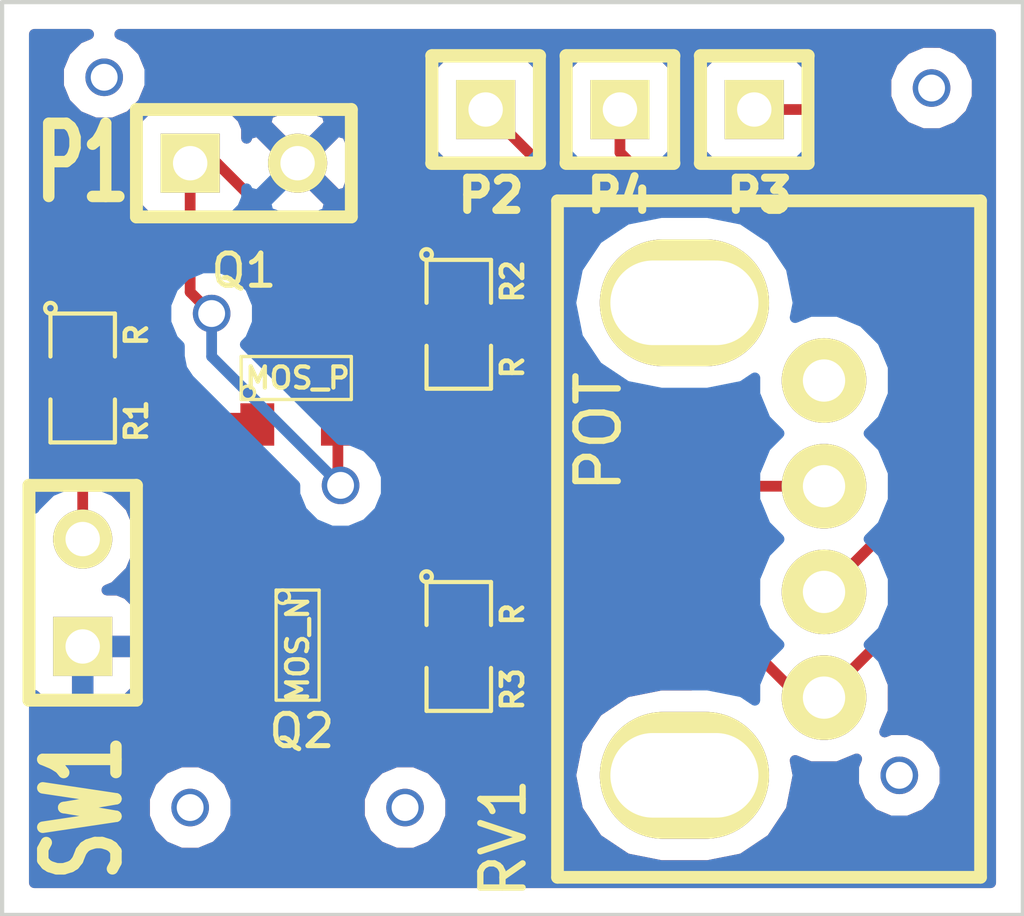
<source format=kicad_pcb>
(kicad_pcb (version 3) (host pcbnew "(2013-07-07 BZR 4022)-stable")

  (general
    (links 16)
    (no_connects 0)
    (area 176.6316 134.747 202.615001 157.660666)
    (thickness 1.6)
    (drawings 4)
    (tracks 52)
    (zones 0)
    (modules 11)
    (nets 7)
  )

  (page A3)
  (layers
    (15 F.Cu signal)
    (0 B.Cu signal hide)
    (16 B.Adhes user)
    (17 F.Adhes user)
    (18 B.Paste user)
    (19 F.Paste user)
    (20 B.SilkS user)
    (21 F.SilkS user)
    (22 B.Mask user)
    (23 F.Mask user)
    (24 Dwgs.User user hide)
    (25 Cmts.User user hide)
    (26 Eco1.User user)
    (27 Eco2.User user)
    (28 Edge.Cuts user)
  )

  (setup
    (last_trace_width 0.254)
    (trace_clearance 0.254)
    (zone_clearance 0.508)
    (zone_45_only yes)
    (trace_min 0.254)
    (segment_width 0.2)
    (edge_width 0.1)
    (via_size 0.889)
    (via_drill 0.635)
    (via_min_size 0.889)
    (via_min_drill 0.508)
    (uvia_size 0.508)
    (uvia_drill 0.127)
    (uvias_allowed no)
    (uvia_min_size 0.508)
    (uvia_min_drill 0.127)
    (pcb_text_width 0.3)
    (pcb_text_size 1.5 1.5)
    (mod_edge_width 0.15)
    (mod_text_size 1 1)
    (mod_text_width 0.15)
    (pad_size 2 2)
    (pad_drill 1)
    (pad_to_mask_clearance 0)
    (aux_axis_origin 0 0)
    (visible_elements 7FFFFFBF)
    (pcbplotparams
      (layerselection 284196865)
      (usegerberextensions true)
      (excludeedgelayer true)
      (linewidth 0.150000)
      (plotframeref false)
      (viasonmask false)
      (mode 1)
      (useauxorigin false)
      (hpglpennumber 1)
      (hpglpenspeed 20)
      (hpglpendiameter 15)
      (hpglpenoverlay 2)
      (psnegative false)
      (psa4output false)
      (plotreference true)
      (plotvalue true)
      (plotothertext true)
      (plotinvisibletext false)
      (padsonsilk false)
      (subtractmaskfromsilk false)
      (outputformat 1)
      (mirror false)
      (drillshape 0)
      (scaleselection 1)
      (outputdirectory Gerbers/))
  )

  (net 0 "")
  (net 1 GND)
  (net 2 N-000001)
  (net 3 N-000002)
  (net 4 N-000005)
  (net 5 N-000006)
  (net 6 VCC)

  (net_class Default "This is the default net class."
    (clearance 0.254)
    (trace_width 0.254)
    (via_dia 0.889)
    (via_drill 0.635)
    (uvia_dia 0.508)
    (uvia_drill 0.127)
    (add_net "")
    (add_net GND)
    (add_net N-000001)
    (add_net N-000002)
    (add_net N-000005)
    (add_net N-000006)
    (add_net VCC)
  )

  (module SOT23 (layer F.Cu) (tedit 55E9AE04) (tstamp 55E9AAA9)
    (at 185.42 144.78)
    (tags SOT23)
    (path /55E99DD5)
    (fp_text reference Q1 (at -1.27 -2.54) (layer F.SilkS)
      (effects (font (size 0.762 0.762) (thickness 0.11938)))
    )
    (fp_text value MOS_P (at 0 0) (layer F.SilkS)
      (effects (font (size 0.50038 0.50038) (thickness 0.09906)))
    )
    (fp_circle (center -1.17602 0.35052) (end -1.30048 0.44958) (layer F.SilkS) (width 0.07874))
    (fp_line (start 1.27 -0.508) (end 1.27 0.508) (layer F.SilkS) (width 0.07874))
    (fp_line (start -1.3335 -0.508) (end -1.3335 0.508) (layer F.SilkS) (width 0.07874))
    (fp_line (start 1.27 0.508) (end -1.3335 0.508) (layer F.SilkS) (width 0.07874))
    (fp_line (start -1.3335 -0.508) (end 1.27 -0.508) (layer F.SilkS) (width 0.07874))
    (pad D smd rect (at 0 -1.09982) (size 0.8001 1.00076)
      (layers F.Cu F.Paste F.Mask)
      (net 5 N-000006)
    )
    (pad S smd rect (at 0.9525 1.09982) (size 0.8001 1.00076)
      (layers F.Cu F.Paste F.Mask)
      (net 6 VCC)
    )
    (pad G smd rect (at -0.9525 1.09982) (size 0.8001 1.00076)
      (layers F.Cu F.Paste F.Mask)
      (net 2 N-000001)
    )
    (model smd\SOT23_3.wrl
      (at (xyz 0 0 0))
      (scale (xyz 0.4 0.4 0.4))
      (rotate (xyz 0 0 180))
    )
  )

  (module SOT23 (layer F.Cu) (tedit 55E9AC90) (tstamp 55E9AD09)
    (at 185.42 151.13 270)
    (tags SOT23)
    (path /55E99DFC)
    (fp_text reference Q2 (at 1.99898 -0.09906 360) (layer F.SilkS)
      (effects (font (size 0.762 0.762) (thickness 0.11938)))
    )
    (fp_text value MOS_N (at 0.0635 0 270) (layer F.SilkS)
      (effects (font (size 0.50038 0.50038) (thickness 0.09906)))
    )
    (fp_circle (center -1.17602 0.35052) (end -1.30048 0.44958) (layer F.SilkS) (width 0.07874))
    (fp_line (start 1.27 -0.508) (end 1.27 0.508) (layer F.SilkS) (width 0.07874))
    (fp_line (start -1.3335 -0.508) (end -1.3335 0.508) (layer F.SilkS) (width 0.07874))
    (fp_line (start 1.27 0.508) (end -1.3335 0.508) (layer F.SilkS) (width 0.07874))
    (fp_line (start -1.3335 -0.508) (end 1.27 -0.508) (layer F.SilkS) (width 0.07874))
    (pad D smd rect (at 0 -1.09982 270) (size 0.8001 1.00076)
      (layers F.Cu F.Paste F.Mask)
      (net 4 N-000005)
    )
    (pad S smd rect (at 0.9525 1.09982 270) (size 0.8001 1.00076)
      (layers F.Cu F.Paste F.Mask)
      (net 1 GND)
    )
    (pad G smd rect (at -0.9525 1.09982 270) (size 0.8001 1.00076)
      (layers F.Cu F.Paste F.Mask)
      (net 2 N-000001)
    )
    (model smd\SOT23_3.wrl
      (at (xyz 0 0 0))
      (scale (xyz 0.4 0.4 0.4))
      (rotate (xyz 0 0 180))
    )
  )

  (module SM0805 (layer F.Cu) (tedit 55F5F22D) (tstamp 55E9AAC2)
    (at 180.34 144.78 270)
    (path /55E99E2C)
    (attr smd)
    (fp_text reference R1 (at 1.016 -1.27 270) (layer F.SilkS)
      (effects (font (size 0.50038 0.50038) (thickness 0.10922)))
    )
    (fp_text value R (at -1.016 -1.27 270) (layer F.SilkS)
      (effects (font (size 0.50038 0.50038) (thickness 0.10922)))
    )
    (fp_circle (center -1.651 0.762) (end -1.651 0.635) (layer F.SilkS) (width 0.09906))
    (fp_line (start -0.508 0.762) (end -1.524 0.762) (layer F.SilkS) (width 0.09906))
    (fp_line (start -1.524 0.762) (end -1.524 -0.762) (layer F.SilkS) (width 0.09906))
    (fp_line (start -1.524 -0.762) (end -0.508 -0.762) (layer F.SilkS) (width 0.09906))
    (fp_line (start 0.508 -0.762) (end 1.524 -0.762) (layer F.SilkS) (width 0.09906))
    (fp_line (start 1.524 -0.762) (end 1.524 0.762) (layer F.SilkS) (width 0.09906))
    (fp_line (start 1.524 0.762) (end 0.508 0.762) (layer F.SilkS) (width 0.09906))
    (pad 1 smd rect (at -0.9525 0 270) (size 0.889 1.397)
      (layers F.Cu F.Paste F.Mask)
      (net 6 VCC)
    )
    (pad 2 smd rect (at 0.9525 0 270) (size 0.889 1.397)
      (layers F.Cu F.Paste F.Mask)
      (net 2 N-000001)
    )
    (model smd/chip_cms.wrl
      (at (xyz 0 0 0))
      (scale (xyz 0.1 0.1 0.1))
      (rotate (xyz 0 0 0))
    )
  )

  (module SM0805 (layer F.Cu) (tedit 55F5F216) (tstamp 55E9AACF)
    (at 189.23 143.51 270)
    (path /55E99E39)
    (attr smd)
    (fp_text reference R2 (at -1.016 -1.27 270) (layer F.SilkS)
      (effects (font (size 0.50038 0.50038) (thickness 0.10922)))
    )
    (fp_text value R (at 1.016 -1.27 270) (layer F.SilkS)
      (effects (font (size 0.50038 0.50038) (thickness 0.10922)))
    )
    (fp_circle (center -1.651 0.762) (end -1.651 0.635) (layer F.SilkS) (width 0.09906))
    (fp_line (start -0.508 0.762) (end -1.524 0.762) (layer F.SilkS) (width 0.09906))
    (fp_line (start -1.524 0.762) (end -1.524 -0.762) (layer F.SilkS) (width 0.09906))
    (fp_line (start -1.524 -0.762) (end -0.508 -0.762) (layer F.SilkS) (width 0.09906))
    (fp_line (start 0.508 -0.762) (end 1.524 -0.762) (layer F.SilkS) (width 0.09906))
    (fp_line (start 1.524 -0.762) (end 1.524 0.762) (layer F.SilkS) (width 0.09906))
    (fp_line (start 1.524 0.762) (end 0.508 0.762) (layer F.SilkS) (width 0.09906))
    (pad 1 smd rect (at -0.9525 0 270) (size 0.889 1.397)
      (layers F.Cu F.Paste F.Mask)
      (net 6 VCC)
    )
    (pad 2 smd rect (at 0.9525 0 270) (size 0.889 1.397)
      (layers F.Cu F.Paste F.Mask)
      (net 5 N-000006)
    )
    (model smd/chip_cms.wrl
      (at (xyz 0 0 0))
      (scale (xyz 0.1 0.1 0.1))
      (rotate (xyz 0 0 0))
    )
  )

  (module SM0805 (layer F.Cu) (tedit 55F5F21C) (tstamp 55E9ACFC)
    (at 189.23 151.13 270)
    (path /55E99E3F)
    (attr smd)
    (fp_text reference R3 (at 1.016 -1.27 270) (layer F.SilkS)
      (effects (font (size 0.50038 0.50038) (thickness 0.10922)))
    )
    (fp_text value R (at -0.762 -1.27 270) (layer F.SilkS)
      (effects (font (size 0.50038 0.50038) (thickness 0.10922)))
    )
    (fp_circle (center -1.651 0.762) (end -1.651 0.635) (layer F.SilkS) (width 0.09906))
    (fp_line (start -0.508 0.762) (end -1.524 0.762) (layer F.SilkS) (width 0.09906))
    (fp_line (start -1.524 0.762) (end -1.524 -0.762) (layer F.SilkS) (width 0.09906))
    (fp_line (start -1.524 -0.762) (end -0.508 -0.762) (layer F.SilkS) (width 0.09906))
    (fp_line (start 0.508 -0.762) (end 1.524 -0.762) (layer F.SilkS) (width 0.09906))
    (fp_line (start 1.524 -0.762) (end 1.524 0.762) (layer F.SilkS) (width 0.09906))
    (fp_line (start 1.524 0.762) (end 0.508 0.762) (layer F.SilkS) (width 0.09906))
    (pad 1 smd rect (at -0.9525 0 270) (size 0.889 1.397)
      (layers F.Cu F.Paste F.Mask)
      (net 4 N-000005)
    )
    (pad 2 smd rect (at 0.9525 0 270) (size 0.889 1.397)
      (layers F.Cu F.Paste F.Mask)
      (net 1 GND)
    )
    (model smd/chip_cms.wrl
      (at (xyz 0 0 0))
      (scale (xyz 0.1 0.1 0.1))
      (rotate (xyz 0 0 0))
    )
  )

  (module SIL-2 (layer F.Cu) (tedit 55E9B1E9) (tstamp 55E9ACEE)
    (at 180.34 149.86 90)
    (descr "Connecteurs 2 pins")
    (tags "CONN DEV")
    (path /55E99E1D)
    (fp_text reference SW1 (at -5.08 0 90) (layer F.SilkS)
      (effects (font (size 1.72974 1.08712) (thickness 0.3048)))
    )
    (fp_text value SPST (at 0 -2.54 90) (layer F.SilkS) hide
      (effects (font (size 1.524 1.016) (thickness 0.3048)))
    )
    (fp_line (start -2.54 1.27) (end -2.54 -1.27) (layer F.SilkS) (width 0.3048))
    (fp_line (start -2.54 -1.27) (end 2.54 -1.27) (layer F.SilkS) (width 0.3048))
    (fp_line (start 2.54 -1.27) (end 2.54 1.27) (layer F.SilkS) (width 0.3048))
    (fp_line (start 2.54 1.27) (end -2.54 1.27) (layer F.SilkS) (width 0.3048))
    (pad 1 thru_hole rect (at -1.27 0 90) (size 1.397 1.397) (drill 0.8128)
      (layers *.Cu *.Mask F.SilkS)
      (net 1 GND)
    )
    (pad 2 thru_hole circle (at 1.27 0 90) (size 1.397 1.397) (drill 0.8128)
      (layers *.Cu *.Mask F.SilkS)
      (net 2 N-000001)
    )
  )

  (module SIL-2 (layer F.Cu) (tedit 55E9AE16) (tstamp 55E9ACE3)
    (at 184.15 139.7)
    (descr "Connecteurs 2 pins")
    (tags "CONN DEV")
    (path /55E9A15F)
    (fp_text reference P1 (at -3.81 0) (layer F.SilkS)
      (effects (font (size 1.72974 1.08712) (thickness 0.3048)))
    )
    (fp_text value CONN_2 (at 0 -2.54) (layer F.SilkS) hide
      (effects (font (size 1.524 1.016) (thickness 0.3048)))
    )
    (fp_line (start -2.54 1.27) (end -2.54 -1.27) (layer F.SilkS) (width 0.3048))
    (fp_line (start -2.54 -1.27) (end 2.54 -1.27) (layer F.SilkS) (width 0.3048))
    (fp_line (start 2.54 -1.27) (end 2.54 1.27) (layer F.SilkS) (width 0.3048))
    (fp_line (start 2.54 1.27) (end -2.54 1.27) (layer F.SilkS) (width 0.3048))
    (pad 1 thru_hole rect (at -1.27 0) (size 1.397 1.397) (drill 0.8128)
      (layers *.Cu *.Mask F.SilkS)
      (net 6 VCC)
    )
    (pad 2 thru_hole circle (at 1.27 0) (size 1.397 1.397) (drill 0.8128)
      (layers *.Cu *.Mask F.SilkS)
      (net 1 GND)
    )
  )

  (module SIL-1 (layer F.Cu) (tedit 55F5F206) (tstamp 55E9AAF9)
    (at 189.865 138.43)
    (descr "Connecteurs 1 pin")
    (tags "CONN DEV")
    (path /55E9A1EE)
    (fp_text reference P2 (at 0.127 2.032) (layer F.SilkS)
      (effects (font (size 0.762 0.762) (thickness 0.1905)))
    )
    (fp_text value CONN_1 (at 0 -2.54) (layer F.SilkS) hide
      (effects (font (size 1.524 1.016) (thickness 0.254)))
    )
    (fp_line (start -1.27 1.27) (end 1.27 1.27) (layer F.SilkS) (width 0.3175))
    (fp_line (start -1.27 -1.27) (end 1.27 -1.27) (layer F.SilkS) (width 0.3175))
    (fp_line (start -1.27 1.27) (end -1.27 -1.27) (layer F.SilkS) (width 0.3048))
    (fp_line (start 1.27 -1.27) (end 1.27 1.27) (layer F.SilkS) (width 0.3048))
    (pad 1 thru_hole rect (at 0 0) (size 1.397 1.397) (drill 0.8128)
      (layers *.Cu *.Mask F.SilkS)
      (net 5 N-000006)
    )
  )

  (module SIL-1 (layer F.Cu) (tedit 55F5F201) (tstamp 55E9AB02)
    (at 193.04 138.43)
    (descr "Connecteurs 1 pin")
    (tags "CONN DEV")
    (path /55E9A1FB)
    (fp_text reference P4 (at 0 2.032) (layer F.SilkS)
      (effects (font (size 0.762 0.762) (thickness 0.1905)))
    )
    (fp_text value CONN_1 (at 0 -2.54) (layer F.SilkS) hide
      (effects (font (size 1.524 1.016) (thickness 0.254)))
    )
    (fp_line (start -1.27 1.27) (end 1.27 1.27) (layer F.SilkS) (width 0.3175))
    (fp_line (start -1.27 -1.27) (end 1.27 -1.27) (layer F.SilkS) (width 0.3175))
    (fp_line (start -1.27 1.27) (end -1.27 -1.27) (layer F.SilkS) (width 0.3048))
    (fp_line (start 1.27 -1.27) (end 1.27 1.27) (layer F.SilkS) (width 0.3048))
    (pad 1 thru_hole rect (at 0 0) (size 1.397 1.397) (drill 0.8128)
      (layers *.Cu *.Mask F.SilkS)
      (net 3 N-000002)
    )
  )

  (module SIL-1 (layer F.Cu) (tedit 55F5F1FE) (tstamp 55E9AB0B)
    (at 196.215 138.43)
    (descr "Connecteurs 1 pin")
    (tags "CONN DEV")
    (path /55E9A201)
    (fp_text reference P3 (at 0.127 2.032) (layer F.SilkS)
      (effects (font (size 0.762 0.762) (thickness 0.1905)))
    )
    (fp_text value CONN_1 (at 0 -2.54) (layer F.SilkS) hide
      (effects (font (size 1.524 1.016) (thickness 0.254)))
    )
    (fp_line (start -1.27 1.27) (end 1.27 1.27) (layer F.SilkS) (width 0.3175))
    (fp_line (start -1.27 -1.27) (end 1.27 -1.27) (layer F.SilkS) (width 0.3175))
    (fp_line (start -1.27 1.27) (end -1.27 -1.27) (layer F.SilkS) (width 0.3048))
    (fp_line (start 1.27 -1.27) (end 1.27 1.27) (layer F.SilkS) (width 0.3048))
    (pad 1 thru_hole rect (at 0 0) (size 1.397 1.397) (drill 0.8128)
      (layers *.Cu *.Mask F.SilkS)
      (net 4 N-000005)
    )
  )

  (module bourns_knob (layer F.Cu) (tedit 55F5F2FC) (tstamp 55F6515B)
    (at 194.564 148.59 90)
    (path /55E99EC6)
    (fp_text reference RV1 (at -7.075 -4.28 90) (layer F.SilkS)
      (effects (font (size 1 1) (thickness 0.15)))
    )
    (fp_text value POT (at 2.54 -2.032 90) (layer F.SilkS)
      (effects (font (size 1 1) (thickness 0.15)))
    )
    (fp_line (start -8 7) (end 8 7) (layer F.SilkS) (width 0.3))
    (fp_line (start 8 7) (end 8 -3) (layer F.SilkS) (width 0.3))
    (fp_line (start 8 -3) (end -8 -3) (layer F.SilkS) (width 0.3))
    (fp_line (start -8 -3) (end -8 7) (layer F.SilkS) (width 0.3))
    (pad 3 thru_hole circle (at -3.75 3.3 90) (size 2 2) (drill 1)
      (layers *.Cu *.Mask F.SilkS)
      (net 4 N-000005)
    )
    (pad 2 thru_hole circle (at -1.25 3.3 90) (size 2 2) (drill 1)
      (layers *.Cu *.Mask F.SilkS)
      (net 3 N-000002)
    )
    (pad 1 thru_hole circle (at 1.25 3.3 90) (size 2 2) (drill 1)
      (layers *.Cu *.Mask F.SilkS)
      (net 5 N-000006)
    )
    (pad 4 thru_hole circle (at 3.75 3.3 90) (size 2 2) (drill 1)
      (layers *.Cu *.Mask F.SilkS)
    )
    (pad "" thru_hole oval (at 5.588 0 90) (size 3 4) (drill oval 2 3.5)
      (layers *.Cu *.Mask F.SilkS)
    )
    (pad "" thru_hole oval (at -5.588 0 90) (size 3 4) (drill oval 2 3.5)
      (layers *.Cu *.Mask F.SilkS)
    )
  )

  (gr_line (start 178.435 157.48) (end 202.565 157.48) (angle 90) (layer Edge.Cuts) (width 0.1))
  (gr_line (start 178.435 135.89) (end 178.435 157.48) (angle 90) (layer Edge.Cuts) (width 0.1))
  (gr_line (start 202.565 135.89) (end 178.435 135.89) (angle 90) (layer Edge.Cuts) (width 0.1))
  (gr_line (start 202.565 157.48) (end 202.565 135.89) (angle 90) (layer Edge.Cuts) (width 0.1))

  (via (at 187.96 154.94) (size 0.889) (layers F.Cu B.Cu) (net 0))
  (via (at 182.88 154.94) (size 0.889) (layers F.Cu B.Cu) (net 0))
  (via (at 180.848 137.668) (size 0.889) (layers F.Cu B.Cu) (net 0))
  (via (at 200.406 137.922) (size 0.889) (layers F.Cu B.Cu) (net 0))
  (via (at 199.644 154.178) (size 0.889) (layers F.Cu B.Cu) (net 0))
  (segment (start 184.4675 145.87982) (end 184.4675 150.03018) (width 0.254) (layer F.Cu) (net 2))
  (segment (start 184.4675 150.03018) (end 184.32018 150.1775) (width 0.254) (layer F.Cu) (net 2) (tstamp 55E9B01F))
  (segment (start 180.34 145.7325) (end 184.32018 145.7325) (width 0.254) (layer F.Cu) (net 2))
  (segment (start 184.32018 145.7325) (end 184.4675 145.87982) (width 0.254) (layer F.Cu) (net 2) (tstamp 55E9B01C))
  (segment (start 180.34 145.7325) (end 180.34 148.59) (width 0.254) (layer F.Cu) (net 2))
  (segment (start 197.864 149.84) (end 197.886 149.84) (width 0.254) (layer F.Cu) (net 3))
  (segment (start 193.04 139.446) (end 193.04 138.43) (width 0.254) (layer F.Cu) (net 3) (tstamp 55F65185))
  (segment (start 194.056 140.462) (end 193.04 139.446) (width 0.254) (layer F.Cu) (net 3) (tstamp 55F65183))
  (segment (start 197.358 140.462) (end 194.056 140.462) (width 0.254) (layer F.Cu) (net 3) (tstamp 55F65181))
  (segment (start 199.644 142.748) (end 197.358 140.462) (width 0.254) (layer F.Cu) (net 3) (tstamp 55F6517F))
  (segment (start 199.644 148.082) (end 199.644 142.748) (width 0.254) (layer F.Cu) (net 3) (tstamp 55F6517D))
  (segment (start 197.886 149.84) (end 199.644 148.082) (width 0.254) (layer F.Cu) (net 3) (tstamp 55F6517C))
  (segment (start 196.215 138.43) (end 197.612 138.43) (width 0.254) (layer F.Cu) (net 4))
  (segment (start 200.914 149.29) (end 197.864 152.34) (width 0.254) (layer F.Cu) (net 4) (tstamp 55F6518D))
  (segment (start 200.914 141.732) (end 200.914 149.29) (width 0.254) (layer F.Cu) (net 4) (tstamp 55F6518B))
  (segment (start 197.612 138.43) (end 200.914 141.732) (width 0.254) (layer F.Cu) (net 4) (tstamp 55F65189))
  (segment (start 189.23 150.1775) (end 193.8655 150.1775) (width 0.254) (layer F.Cu) (net 4))
  (segment (start 197.298 152.34) (end 197.864 152.34) (width 0.254) (layer F.Cu) (net 4) (tstamp 55F65174))
  (segment (start 196.342 151.384) (end 197.298 152.34) (width 0.254) (layer F.Cu) (net 4) (tstamp 55F65173))
  (segment (start 195.072 151.384) (end 196.342 151.384) (width 0.254) (layer F.Cu) (net 4) (tstamp 55F65172))
  (segment (start 193.8655 150.1775) (end 195.072 151.384) (width 0.254) (layer F.Cu) (net 4) (tstamp 55F65170))
  (segment (start 186.51982 151.13) (end 188.2775 151.13) (width 0.254) (layer F.Cu) (net 4))
  (segment (start 188.2775 151.13) (end 189.23 150.1775) (width 0.254) (layer F.Cu) (net 4) (tstamp 55E9B022))
  (segment (start 189.23 144.4625) (end 189.4205 144.4625) (width 0.254) (layer F.Cu) (net 5))
  (segment (start 192.298 147.34) (end 197.864 147.34) (width 0.254) (layer F.Cu) (net 5) (tstamp 55F65178))
  (segment (start 189.4205 144.4625) (end 192.298 147.34) (width 0.254) (layer F.Cu) (net 5) (tstamp 55F65177))
  (segment (start 185.42 143.68018) (end 186.86018 143.68018) (width 0.254) (layer F.Cu) (net 5))
  (segment (start 187.6425 144.4625) (end 189.23 144.4625) (width 0.254) (layer F.Cu) (net 5) (tstamp 55E9B0C7))
  (segment (start 186.86018 143.68018) (end 187.6425 144.4625) (width 0.254) (layer F.Cu) (net 5) (tstamp 55E9B0BF))
  (segment (start 189.23 144.4625) (end 190.1825 144.4625) (width 0.254) (layer F.Cu) (net 5))
  (segment (start 191.135 139.7) (end 189.865 138.43) (width 0.254) (layer F.Cu) (net 5) (tstamp 55E9B046))
  (segment (start 191.135 143.51) (end 191.135 139.7) (width 0.254) (layer F.Cu) (net 5) (tstamp 55E9B045))
  (segment (start 190.1825 144.4625) (end 191.135 143.51) (width 0.254) (layer F.Cu) (net 5) (tstamp 55E9B044))
  (segment (start 186.3725 145.87982) (end 186.3725 147.2565) (width 0.254) (layer F.Cu) (net 6))
  (segment (start 182.88 142.748) (end 182.88 141.2875) (width 0.254) (layer F.Cu) (net 6) (tstamp 55E9B169))
  (segment (start 183.388 143.256) (end 182.88 142.748) (width 0.254) (layer F.Cu) (net 6) (tstamp 55E9B168))
  (via (at 183.388 143.256) (size 0.889) (layers F.Cu B.Cu) (net 6))
  (segment (start 183.388 144.272) (end 183.388 143.256) (width 0.254) (layer B.Cu) (net 6) (tstamp 55E9B164))
  (segment (start 186.436 147.32) (end 183.388 144.272) (width 0.254) (layer B.Cu) (net 6) (tstamp 55E9B163))
  (via (at 186.436 147.32) (size 0.889) (layers F.Cu B.Cu) (net 6))
  (segment (start 186.3725 147.2565) (end 186.436 147.32) (width 0.254) (layer F.Cu) (net 6) (tstamp 55E9B15B))
  (segment (start 182.88 139.7) (end 183.515 139.7) (width 0.254) (layer F.Cu) (net 6))
  (segment (start 188.2775 141.605) (end 189.23 142.5575) (width 0.254) (layer F.Cu) (net 6) (tstamp 55E9B130))
  (segment (start 185.42 141.605) (end 188.2775 141.605) (width 0.254) (layer F.Cu) (net 6) (tstamp 55E9B12C))
  (segment (start 183.515 139.7) (end 185.42 141.605) (width 0.254) (layer F.Cu) (net 6) (tstamp 55E9B127))
  (segment (start 182.88 139.7) (end 182.88 141.2875) (width 0.254) (layer F.Cu) (net 6))
  (segment (start 182.88 141.2875) (end 180.34 143.8275) (width 0.254) (layer F.Cu) (net 6) (tstamp 55E9B029))

  (zone (net 1) (net_name GND) (layer F.Cu) (tstamp 55E9C0A1) (hatch edge 0.508)
    (connect_pads (clearance 0.508))
    (min_thickness 0.254)
    (fill (arc_segments 16) (thermal_gap 0.508) (thermal_bridge_width 0.508))
    (polygon
      (pts
        (xy 201.93 156.845) (xy 179.07 156.845) (xy 179.07 136.525) (xy 201.93 136.525)
      )
    )
    (filled_polygon
      (pts
        (xy 201.803 156.718) (xy 190.56361 156.718) (xy 190.56361 152.652755) (xy 190.5635 152.36825) (xy 190.40475 152.2095)
        (xy 189.357 152.2095) (xy 189.357 153.00325) (xy 189.51575 153.162) (xy 189.802745 153.16211) (xy 190.055364 153.161889)
        (xy 190.288668 153.065013) (xy 190.467141 152.886229) (xy 190.56361 152.652755) (xy 190.56361 156.718) (xy 189.103 156.718)
        (xy 189.103 153.00325) (xy 189.103 152.2095) (xy 188.05525 152.2095) (xy 187.8965 152.36825) (xy 187.89639 152.652755)
        (xy 187.992859 152.886229) (xy 188.171332 153.065013) (xy 188.404636 153.161889) (xy 188.657255 153.16211) (xy 188.94425 153.162)
        (xy 189.103 153.00325) (xy 189.103 156.718) (xy 189.039687 156.718) (xy 189.039687 154.726216) (xy 188.875689 154.329311)
        (xy 188.572286 154.025378) (xy 188.175668 153.860687) (xy 187.746216 153.860313) (xy 187.349311 154.024311) (xy 187.045378 154.327714)
        (xy 186.880687 154.724332) (xy 186.880313 155.153784) (xy 187.044311 155.550689) (xy 187.347714 155.854622) (xy 187.744332 156.019313)
        (xy 188.173784 156.019687) (xy 188.570689 155.855689) (xy 188.874622 155.552286) (xy 189.039313 155.155668) (xy 189.039687 154.726216)
        (xy 189.039687 156.718) (xy 185.45567 156.718) (xy 185.45567 152.608305) (xy 185.45556 152.36825) (xy 185.29681 152.2095)
        (xy 184.44718 152.2095) (xy 184.44718 152.9588) (xy 184.60593 153.11755) (xy 184.694805 153.11766) (xy 184.947424 153.117439)
        (xy 185.180728 153.020563) (xy 185.359201 152.841779) (xy 185.45567 152.608305) (xy 185.45567 156.718) (xy 184.19318 156.718)
        (xy 184.19318 152.9588) (xy 184.19318 152.2095) (xy 183.34355 152.2095) (xy 183.1848 152.36825) (xy 183.18469 152.608305)
        (xy 183.281159 152.841779) (xy 183.459632 153.020563) (xy 183.692936 153.117439) (xy 183.945555 153.11766) (xy 184.03443 153.11755)
        (xy 184.19318 152.9588) (xy 184.19318 156.718) (xy 183.959687 156.718) (xy 183.959687 154.726216) (xy 183.795689 154.329311)
        (xy 183.492286 154.025378) (xy 183.095668 153.860687) (xy 182.666216 153.860313) (xy 182.269311 154.024311) (xy 181.965378 154.327714)
        (xy 181.800687 154.724332) (xy 181.800313 155.153784) (xy 181.964311 155.550689) (xy 182.267714 155.854622) (xy 182.664332 156.019313)
        (xy 183.093784 156.019687) (xy 183.490689 155.855689) (xy 183.794622 155.552286) (xy 183.959313 155.155668) (xy 183.959687 154.726216)
        (xy 183.959687 156.718) (xy 181.67361 156.718) (xy 181.67361 151.954255) (xy 181.6735 151.41575) (xy 181.51475 151.257)
        (xy 180.467 151.257) (xy 180.467 152.30475) (xy 180.62575 152.4635) (xy 180.912745 152.46361) (xy 181.165364 152.463389)
        (xy 181.398668 152.366513) (xy 181.577141 152.187729) (xy 181.67361 151.954255) (xy 181.67361 156.718) (xy 179.197 156.718)
        (xy 179.197 152.282034) (xy 179.281332 152.366513) (xy 179.514636 152.463389) (xy 179.767255 152.46361) (xy 180.05425 152.4635)
        (xy 180.213 152.30475) (xy 180.213 151.257) (xy 180.193 151.257) (xy 180.193 151.003) (xy 180.213 151.003)
        (xy 180.213 150.983) (xy 180.467 150.983) (xy 180.467 151.003) (xy 181.51475 151.003) (xy 181.6735 150.84425)
        (xy 181.67361 150.305745) (xy 181.577141 150.072271) (xy 181.398668 149.893487) (xy 181.165364 149.796611) (xy 180.912745 149.79639)
        (xy 180.912272 149.79639) (xy 181.09438 149.721145) (xy 181.469826 149.346353) (xy 181.673267 148.856413) (xy 181.67373 148.325914)
        (xy 181.471145 147.83562) (xy 181.102 147.46583) (xy 181.102 146.81211) (xy 181.164255 146.81211) (xy 181.397729 146.715641)
        (xy 181.576513 146.537168) (xy 181.59423 146.4945) (xy 183.43234 146.4945) (xy 183.43234 146.505955) (xy 183.528809 146.739429)
        (xy 183.7055 146.916427) (xy 183.7055 149.14234) (xy 183.694045 149.14234) (xy 183.460571 149.238809) (xy 183.281787 149.417282)
        (xy 183.184911 149.650586) (xy 183.18469 149.903205) (xy 183.18469 150.703305) (xy 183.281159 150.936779) (xy 183.459632 151.115563)
        (xy 183.4944 151.13) (xy 183.459632 151.144437) (xy 183.281159 151.323221) (xy 183.18469 151.556695) (xy 183.1848 151.79675)
        (xy 183.34355 151.9555) (xy 184.19318 151.9555) (xy 184.19318 151.9355) (xy 184.44718 151.9355) (xy 184.44718 151.9555)
        (xy 185.29681 151.9555) (xy 185.446365 151.805944) (xy 185.480799 151.889279) (xy 185.659272 152.068063) (xy 185.892576 152.164939)
        (xy 186.145195 152.16516) (xy 187.145955 152.16516) (xy 187.379429 152.068691) (xy 187.556427 151.892) (xy 187.99175 151.892)
        (xy 188.05525 151.9555) (xy 189.103 151.9555) (xy 189.103 151.9355) (xy 189.357 151.9355) (xy 189.357 151.9555)
        (xy 190.40475 151.9555) (xy 190.5635 151.79675) (xy 190.56361 151.512245) (xy 190.467141 151.278771) (xy 190.318526 151.129897)
        (xy 190.466513 150.982168) (xy 190.48423 150.9395) (xy 193.549869 150.9395) (xy 194.533184 151.922815) (xy 194.533185 151.922815)
        (xy 194.713053 152.043) (xy 194.012378 152.043) (xy 193.195349 152.205517) (xy 192.502705 152.668327) (xy 192.039895 153.360971)
        (xy 191.877378 154.178) (xy 192.039895 154.995029) (xy 192.502705 155.687673) (xy 193.195349 156.150483) (xy 194.012378 156.313)
        (xy 195.115622 156.313) (xy 195.932651 156.150483) (xy 196.625295 155.687673) (xy 197.088105 154.995029) (xy 197.250622 154.178)
        (xy 197.18073 153.826633) (xy 197.537352 153.974715) (xy 198.187795 153.975283) (xy 198.636252 153.789983) (xy 198.564687 153.962332)
        (xy 198.564313 154.391784) (xy 198.728311 154.788689) (xy 199.031714 155.092622) (xy 199.428332 155.257313) (xy 199.857784 155.257687)
        (xy 200.254689 155.093689) (xy 200.558622 154.790286) (xy 200.723313 154.393668) (xy 200.723687 153.964216) (xy 200.559689 153.567311)
        (xy 200.256286 153.263378) (xy 199.859668 153.098687) (xy 199.430216 153.098313) (xy 199.296536 153.153548) (xy 199.498715 152.666648)
        (xy 199.499283 152.016205) (xy 199.430907 151.850723) (xy 201.452815 149.828816) (xy 201.452815 149.828815) (xy 201.617996 149.581605)
        (xy 201.675999 149.29) (xy 201.676 149.29) (xy 201.676 141.732) (xy 201.617996 141.440395) (xy 201.485687 141.242381)
        (xy 201.485687 137.708216) (xy 201.321689 137.311311) (xy 201.018286 137.007378) (xy 200.621668 136.842687) (xy 200.192216 136.842313)
        (xy 199.795311 137.006311) (xy 199.491378 137.309714) (xy 199.326687 137.706332) (xy 199.326313 138.135784) (xy 199.490311 138.532689)
        (xy 199.793714 138.836622) (xy 200.190332 139.001313) (xy 200.619784 139.001687) (xy 201.016689 138.837689) (xy 201.320622 138.534286)
        (xy 201.485313 138.137668) (xy 201.485687 137.708216) (xy 201.485687 141.242381) (xy 201.452815 141.193185) (xy 198.150815 137.891185)
        (xy 197.903605 137.726004) (xy 197.612 137.668) (xy 197.54861 137.668) (xy 197.54861 137.605745) (xy 197.452141 137.372271)
        (xy 197.273668 137.193487) (xy 197.040364 137.096611) (xy 196.787745 137.09639) (xy 195.390745 137.09639) (xy 195.157271 137.192859)
        (xy 194.978487 137.371332) (xy 194.881611 137.604636) (xy 194.88139 137.857255) (xy 194.88139 139.254255) (xy 194.977859 139.487729)
        (xy 195.156332 139.666513) (xy 195.236977 139.7) (xy 194.37163 139.7) (xy 194.218355 139.546724) (xy 194.276513 139.488668)
        (xy 194.373389 139.255364) (xy 194.37361 139.002745) (xy 194.37361 137.605745) (xy 194.277141 137.372271) (xy 194.098668 137.193487)
        (xy 193.865364 137.096611) (xy 193.612745 137.09639) (xy 192.215745 137.09639) (xy 191.982271 137.192859) (xy 191.803487 137.371332)
        (xy 191.706611 137.604636) (xy 191.70639 137.857255) (xy 191.70639 139.209935) (xy 191.673815 139.161185) (xy 191.673815 139.161184)
        (xy 191.19861 138.685979) (xy 191.19861 137.605745) (xy 191.102141 137.372271) (xy 190.923668 137.193487) (xy 190.690364 137.096611)
        (xy 190.437745 137.09639) (xy 189.040745 137.09639) (xy 188.807271 137.192859) (xy 188.628487 137.371332) (xy 188.531611 137.604636)
        (xy 188.53139 137.857255) (xy 188.53139 139.254255) (xy 188.627859 139.487729) (xy 188.806332 139.666513) (xy 189.039636 139.763389)
        (xy 189.292255 139.76361) (xy 190.120979 139.76361) (xy 190.373 140.01563) (xy 190.373 141.659465) (xy 190.288668 141.574987)
        (xy 190.055364 141.478111) (xy 189.802745 141.47789) (xy 189.22802 141.47789) (xy 188.816315 141.066185) (xy 188.569105 140.901004)
        (xy 188.2775 140.843) (xy 186.765924 140.843) (xy 186.765924 139.89252) (xy 186.737146 139.362802) (xy 186.589798 139.007072)
        (xy 186.354186 138.945419) (xy 186.174581 139.125024) (xy 186.174581 138.765814) (xy 186.112928 138.530202) (xy 185.61252 138.354076)
        (xy 185.082802 138.382854) (xy 184.727072 138.530202) (xy 184.665419 138.765814) (xy 185.42 139.520395) (xy 186.174581 138.765814)
        (xy 186.174581 139.125024) (xy 185.599605 139.7) (xy 186.354186 140.454581) (xy 186.589798 140.392928) (xy 186.765924 139.89252)
        (xy 186.765924 140.843) (xy 186.11994 140.843) (xy 186.174581 140.634186) (xy 185.42 139.879605) (xy 185.405857 139.893747)
        (xy 185.226252 139.714142) (xy 185.240395 139.7) (xy 184.485814 138.945419) (xy 184.250202 139.007072) (xy 184.21361 139.111036)
        (xy 184.21361 138.875745) (xy 184.117141 138.642271) (xy 183.938668 138.463487) (xy 183.705364 138.366611) (xy 183.452745 138.36639)
        (xy 182.055745 138.36639) (xy 181.822271 138.462859) (xy 181.643487 138.641332) (xy 181.546611 138.874636) (xy 181.54639 139.127255)
        (xy 181.54639 140.524255) (xy 181.642859 140.757729) (xy 181.821332 140.936513) (xy 182.054636 141.033389) (xy 182.056478 141.03339)
        (xy 180.341979 142.74789) (xy 179.515745 142.74789) (xy 179.282271 142.844359) (xy 179.197 142.929481) (xy 179.197 136.652)
        (xy 180.480081 136.652) (xy 180.237311 136.752311) (xy 179.933378 137.055714) (xy 179.768687 137.452332) (xy 179.768313 137.881784)
        (xy 179.932311 138.278689) (xy 180.235714 138.582622) (xy 180.632332 138.747313) (xy 181.061784 138.747687) (xy 181.458689 138.583689)
        (xy 181.762622 138.280286) (xy 181.927313 137.883668) (xy 181.927687 137.454216) (xy 181.763689 137.057311) (xy 181.460286 136.753378)
        (xy 181.216141 136.652) (xy 201.803 136.652) (xy 201.803 156.718)
      )
    )
  )
  (zone (net 1) (net_name GND) (layer B.Cu) (tstamp 55E9C0B9) (hatch edge 0.508)
    (connect_pads (clearance 0.508))
    (min_thickness 0.254)
    (fill (arc_segments 16) (thermal_gap 0.508) (thermal_bridge_width 0.508))
    (polygon
      (pts
        (xy 201.93 156.845) (xy 179.07 156.845) (xy 179.07 136.525) (xy 201.93 136.525)
      )
    )
    (filled_polygon
      (pts
        (xy 201.803 156.718) (xy 201.485687 156.718) (xy 201.485687 137.708216) (xy 201.321689 137.311311) (xy 201.018286 137.007378)
        (xy 200.621668 136.842687) (xy 200.192216 136.842313) (xy 199.795311 137.006311) (xy 199.491378 137.309714) (xy 199.326687 137.706332)
        (xy 199.326313 138.135784) (xy 199.490311 138.532689) (xy 199.793714 138.836622) (xy 200.190332 139.001313) (xy 200.619784 139.001687)
        (xy 201.016689 138.837689) (xy 201.320622 138.534286) (xy 201.485313 138.137668) (xy 201.485687 137.708216) (xy 201.485687 156.718)
        (xy 200.723687 156.718) (xy 200.723687 153.964216) (xy 200.559689 153.567311) (xy 200.256286 153.263378) (xy 199.859668 153.098687)
        (xy 199.430216 153.098313) (xy 199.296536 153.153548) (xy 199.498715 152.666648) (xy 199.499283 152.016205) (xy 199.250893 151.415057)
        (xy 198.926239 151.089836) (xy 199.249277 150.767362) (xy 199.498715 150.166648) (xy 199.499283 149.516205) (xy 199.250893 148.915057)
        (xy 198.926239 148.589836) (xy 199.249277 148.267362) (xy 199.498715 147.666648) (xy 199.499283 147.016205) (xy 199.250893 146.415057)
        (xy 198.926239 146.089836) (xy 199.249277 145.767362) (xy 199.498715 145.166648) (xy 199.499283 144.516205) (xy 199.250893 143.915057)
        (xy 198.791362 143.454723) (xy 198.190648 143.205285) (xy 197.54861 143.204724) (xy 197.54861 139.002745) (xy 197.54861 137.605745)
        (xy 197.452141 137.372271) (xy 197.273668 137.193487) (xy 197.040364 137.096611) (xy 196.787745 137.09639) (xy 195.390745 137.09639)
        (xy 195.157271 137.192859) (xy 194.978487 137.371332) (xy 194.881611 137.604636) (xy 194.88139 137.857255) (xy 194.88139 139.254255)
        (xy 194.977859 139.487729) (xy 195.156332 139.666513) (xy 195.389636 139.763389) (xy 195.642255 139.76361) (xy 197.039255 139.76361)
        (xy 197.272729 139.667141) (xy 197.451513 139.488668) (xy 197.548389 139.255364) (xy 197.54861 139.002745) (xy 197.54861 143.204724)
        (xy 197.540205 143.204717) (xy 197.180756 143.353238) (xy 197.250622 143.002) (xy 197.088105 142.184971) (xy 196.625295 141.492327)
        (xy 195.932651 141.029517) (xy 195.115622 140.867) (xy 194.37361 140.867) (xy 194.37361 139.002745) (xy 194.37361 137.605745)
        (xy 194.277141 137.372271) (xy 194.098668 137.193487) (xy 193.865364 137.096611) (xy 193.612745 137.09639) (xy 192.215745 137.09639)
        (xy 191.982271 137.192859) (xy 191.803487 137.371332) (xy 191.706611 137.604636) (xy 191.70639 137.857255) (xy 191.70639 139.254255)
        (xy 191.802859 139.487729) (xy 191.981332 139.666513) (xy 192.214636 139.763389) (xy 192.467255 139.76361) (xy 193.864255 139.76361)
        (xy 194.097729 139.667141) (xy 194.276513 139.488668) (xy 194.373389 139.255364) (xy 194.37361 139.002745) (xy 194.37361 140.867)
        (xy 194.012378 140.867) (xy 193.195349 141.029517) (xy 192.502705 141.492327) (xy 192.039895 142.184971) (xy 191.877378 143.002)
        (xy 192.039895 143.819029) (xy 192.502705 144.511673) (xy 193.195349 144.974483) (xy 194.012378 145.137) (xy 195.115622 145.137)
        (xy 195.932651 144.974483) (xy 196.229055 144.776431) (xy 196.228717 145.163795) (xy 196.477107 145.764943) (xy 196.80176 146.090163)
        (xy 196.478723 146.412638) (xy 196.229285 147.013352) (xy 196.228717 147.663795) (xy 196.477107 148.264943) (xy 196.80176 148.590163)
        (xy 196.478723 148.912638) (xy 196.229285 149.513352) (xy 196.228717 150.163795) (xy 196.477107 150.764943) (xy 196.80176 151.090163)
        (xy 196.478723 151.412638) (xy 196.229285 152.013352) (xy 196.228944 152.403493) (xy 195.932651 152.205517) (xy 195.115622 152.043)
        (xy 194.012378 152.043) (xy 193.195349 152.205517) (xy 192.502705 152.668327) (xy 192.039895 153.360971) (xy 191.877378 154.178)
        (xy 192.039895 154.995029) (xy 192.502705 155.687673) (xy 193.195349 156.150483) (xy 194.012378 156.313) (xy 195.115622 156.313)
        (xy 195.932651 156.150483) (xy 196.625295 155.687673) (xy 197.088105 154.995029) (xy 197.250622 154.178) (xy 197.18073 153.826633)
        (xy 197.537352 153.974715) (xy 198.187795 153.975283) (xy 198.636252 153.789983) (xy 198.564687 153.962332) (xy 198.564313 154.391784)
        (xy 198.728311 154.788689) (xy 199.031714 155.092622) (xy 199.428332 155.257313) (xy 199.857784 155.257687) (xy 200.254689 155.093689)
        (xy 200.558622 154.790286) (xy 200.723313 154.393668) (xy 200.723687 153.964216) (xy 200.723687 156.718) (xy 191.19861 156.718)
        (xy 191.19861 139.002745) (xy 191.19861 137.605745) (xy 191.102141 137.372271) (xy 190.923668 137.193487) (xy 190.690364 137.096611)
        (xy 190.437745 137.09639) (xy 189.040745 137.09639) (xy 188.807271 137.192859) (xy 188.628487 137.371332) (xy 188.531611 137.604636)
        (xy 188.53139 137.857255) (xy 188.53139 139.254255) (xy 188.627859 139.487729) (xy 188.806332 139.666513) (xy 189.039636 139.763389)
        (xy 189.292255 139.76361) (xy 190.689255 139.76361) (xy 190.922729 139.667141) (xy 191.101513 139.488668) (xy 191.198389 139.255364)
        (xy 191.19861 139.002745) (xy 191.19861 156.718) (xy 189.039687 156.718) (xy 189.039687 154.726216) (xy 188.875689 154.329311)
        (xy 188.572286 154.025378) (xy 188.175668 153.860687) (xy 187.746216 153.860313) (xy 187.515687 153.955565) (xy 187.515687 147.106216)
        (xy 187.351689 146.709311) (xy 187.048286 146.405378) (xy 186.765924 146.28813) (xy 186.765924 139.89252) (xy 186.737146 139.362802)
        (xy 186.589798 139.007072) (xy 186.354186 138.945419) (xy 186.174581 139.125024) (xy 186.174581 138.765814) (xy 186.112928 138.530202)
        (xy 185.61252 138.354076) (xy 185.082802 138.382854) (xy 184.727072 138.530202) (xy 184.665419 138.765814) (xy 185.42 139.520395)
        (xy 186.174581 138.765814) (xy 186.174581 139.125024) (xy 185.599605 139.7) (xy 186.354186 140.454581) (xy 186.589798 140.392928)
        (xy 186.765924 139.89252) (xy 186.765924 146.28813) (xy 186.651668 146.240687) (xy 186.434128 146.240497) (xy 186.174581 145.98095)
        (xy 186.174581 140.634186) (xy 185.42 139.879605) (xy 185.240395 140.05921) (xy 185.240395 139.7) (xy 184.485814 138.945419)
        (xy 184.250202 139.007072) (xy 184.21361 139.111036) (xy 184.21361 138.875745) (xy 184.117141 138.642271) (xy 183.938668 138.463487)
        (xy 183.705364 138.366611) (xy 183.452745 138.36639) (xy 182.055745 138.36639) (xy 181.822271 138.462859) (xy 181.643487 138.641332)
        (xy 181.546611 138.874636) (xy 181.54639 139.127255) (xy 181.54639 140.524255) (xy 181.642859 140.757729) (xy 181.821332 140.936513)
        (xy 182.054636 141.033389) (xy 182.307255 141.03361) (xy 183.704255 141.03361) (xy 183.937729 140.937141) (xy 184.116513 140.758668)
        (xy 184.213389 140.525364) (xy 184.213582 140.304519) (xy 184.250202 140.392928) (xy 184.485814 140.454581) (xy 185.240395 139.7)
        (xy 185.240395 140.05921) (xy 184.665419 140.634186) (xy 184.727072 140.869798) (xy 185.22748 141.045924) (xy 185.757198 141.017146)
        (xy 186.112928 140.869798) (xy 186.174581 140.634186) (xy 186.174581 145.98095) (xy 184.182164 143.988533) (xy 184.302622 143.868286)
        (xy 184.467313 143.471668) (xy 184.467687 143.042216) (xy 184.303689 142.645311) (xy 184.000286 142.341378) (xy 183.603668 142.176687)
        (xy 183.174216 142.176313) (xy 182.777311 142.340311) (xy 182.473378 142.643714) (xy 182.308687 143.040332) (xy 182.308313 143.469784)
        (xy 182.472311 143.866689) (xy 182.626 144.020646) (xy 182.626 144.272) (xy 182.684004 144.563605) (xy 182.849185 144.810815)
        (xy 185.3565 147.318131) (xy 185.356313 147.533784) (xy 185.520311 147.930689) (xy 185.823714 148.234622) (xy 186.220332 148.399313)
        (xy 186.649784 148.399687) (xy 187.046689 148.235689) (xy 187.350622 147.932286) (xy 187.515313 147.535668) (xy 187.515687 147.106216)
        (xy 187.515687 153.955565) (xy 187.349311 154.024311) (xy 187.045378 154.327714) (xy 186.880687 154.724332) (xy 186.880313 155.153784)
        (xy 187.044311 155.550689) (xy 187.347714 155.854622) (xy 187.744332 156.019313) (xy 188.173784 156.019687) (xy 188.570689 155.855689)
        (xy 188.874622 155.552286) (xy 189.039313 155.155668) (xy 189.039687 154.726216) (xy 189.039687 156.718) (xy 183.959687 156.718)
        (xy 183.959687 154.726216) (xy 183.795689 154.329311) (xy 183.492286 154.025378) (xy 183.095668 153.860687) (xy 182.666216 153.860313)
        (xy 182.269311 154.024311) (xy 181.965378 154.327714) (xy 181.800687 154.724332) (xy 181.800313 155.153784) (xy 181.964311 155.550689)
        (xy 182.267714 155.854622) (xy 182.664332 156.019313) (xy 183.093784 156.019687) (xy 183.490689 155.855689) (xy 183.794622 155.552286)
        (xy 183.959313 155.155668) (xy 183.959687 154.726216) (xy 183.959687 156.718) (xy 181.67361 156.718) (xy 181.67361 151.954255)
        (xy 181.6735 151.41575) (xy 181.51475 151.257) (xy 180.467 151.257) (xy 180.467 152.30475) (xy 180.62575 152.4635)
        (xy 180.912745 152.46361) (xy 181.165364 152.463389) (xy 181.398668 152.366513) (xy 181.577141 152.187729) (xy 181.67361 151.954255)
        (xy 181.67361 156.718) (xy 179.197 156.718) (xy 179.197 152.282034) (xy 179.281332 152.366513) (xy 179.514636 152.463389)
        (xy 179.767255 152.46361) (xy 180.05425 152.4635) (xy 180.213 152.30475) (xy 180.213 151.257) (xy 180.193 151.257)
        (xy 180.193 151.003) (xy 180.213 151.003) (xy 180.213 150.983) (xy 180.467 150.983) (xy 180.467 151.003)
        (xy 181.51475 151.003) (xy 181.6735 150.84425) (xy 181.67361 150.305745) (xy 181.577141 150.072271) (xy 181.398668 149.893487)
        (xy 181.165364 149.796611) (xy 180.912745 149.79639) (xy 180.912272 149.79639) (xy 181.09438 149.721145) (xy 181.469826 149.346353)
        (xy 181.673267 148.856413) (xy 181.67373 148.325914) (xy 181.471145 147.83562) (xy 181.096353 147.460174) (xy 180.606413 147.256733)
        (xy 180.075914 147.25627) (xy 179.58562 147.458855) (xy 179.210174 147.833647) (xy 179.197 147.865373) (xy 179.197 136.652)
        (xy 180.480081 136.652) (xy 180.237311 136.752311) (xy 179.933378 137.055714) (xy 179.768687 137.452332) (xy 179.768313 137.881784)
        (xy 179.932311 138.278689) (xy 180.235714 138.582622) (xy 180.632332 138.747313) (xy 181.061784 138.747687) (xy 181.458689 138.583689)
        (xy 181.762622 138.280286) (xy 181.927313 137.883668) (xy 181.927687 137.454216) (xy 181.763689 137.057311) (xy 181.460286 136.753378)
        (xy 181.216141 136.652) (xy 201.803 136.652) (xy 201.803 156.718)
      )
    )
  )
)

</source>
